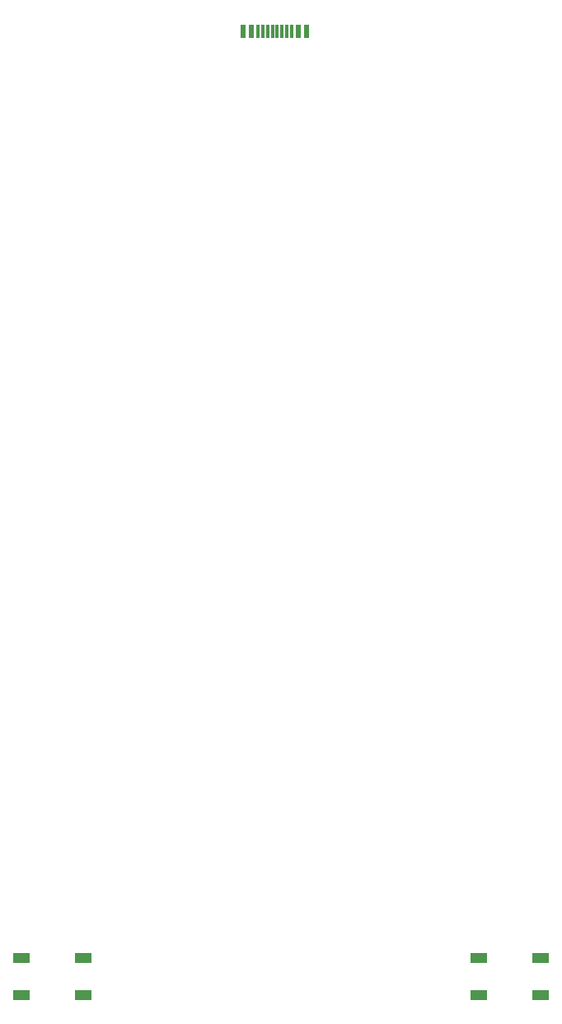
<source format=gbp>
%TF.GenerationSoftware,KiCad,Pcbnew,(5.1.12)-1*%
%TF.CreationDate,2022-01-08T21:51:43+01:00*%
%TF.ProjectId,OLEDUKEY,4f4c4544-554b-4455-992e-6b696361645f,rev?*%
%TF.SameCoordinates,Original*%
%TF.FileFunction,Paste,Bot*%
%TF.FilePolarity,Positive*%
%FSLAX46Y46*%
G04 Gerber Fmt 4.6, Leading zero omitted, Abs format (unit mm)*
G04 Created by KiCad (PCBNEW (5.1.12)-1) date 2022-01-08 21:51:43*
%MOMM*%
%LPD*%
G01*
G04 APERTURE LIST*
%ADD10R,1.700000X1.000000*%
%ADD11R,0.300000X1.450000*%
%ADD12R,0.600000X1.450000*%
G04 APERTURE END LIST*
D10*
%TO.C,SW92*%
X300330000Y-68585000D03*
X294030000Y-68585000D03*
X300330000Y-72385000D03*
X294030000Y-72385000D03*
%TD*%
%TO.C,SW91*%
X347320000Y-68585000D03*
X341020000Y-68585000D03*
X347320000Y-72385000D03*
X341020000Y-72385000D03*
%TD*%
D11*
%TO.C,J1*%
X319790000Y26435000D03*
X321790000Y26435000D03*
X321290000Y26435000D03*
X320790000Y26435000D03*
X320290000Y26435000D03*
X319290000Y26435000D03*
X318790000Y26435000D03*
X318290000Y26435000D03*
D12*
X323290000Y26435000D03*
X322490000Y26435000D03*
X317590000Y26435000D03*
X316790000Y26435000D03*
X316790000Y26435000D03*
X317590000Y26435000D03*
X322490000Y26435000D03*
X323290000Y26435000D03*
%TD*%
M02*

</source>
